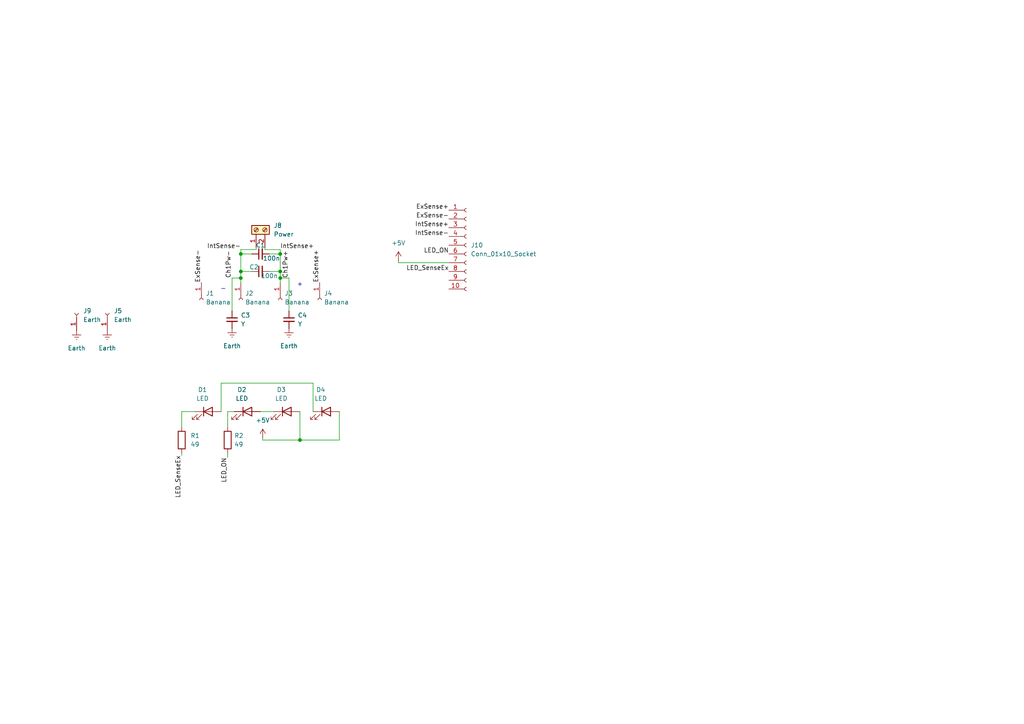
<source format=kicad_sch>
(kicad_sch (version 20231120) (generator "eeschema") (generator_version "8.0")
  (paper "A4")
  (lib_symbols
    (symbol "Connector:Conn_01x01_Socket" (pin_names (offset 1.016) hide)
      (property "Reference" "J" (at 0 2.54 0))
      (property "Value" "Conn_01x01_Socket" (at 0 -2.54 0))
      (symbol "Conn_01x01_Socket_1_1"
        (polyline (pts (xy -1.27 0) (xy -0.508 0)) (stroke (width 0.1524)))
        (arc (start 0 0.508) (mid -0.5058 0) (end 0 -0.508) (stroke (width 0.1524)))
        (pin passive line (at -5.08 0 0) (length 3.81) (name "Pin_1") (number "1"))
      )
    )
    (symbol "Connector:Conn_01x10_Socket" (pin_names (offset 1.016) hide)
      (property "Reference" "J" (at 0 12.7 0))
      (property "Value" "Conn_01x10_Socket" (at 0 -15.24 0))
      (symbol "Conn_01x10_Socket_1_1"
        (arc (start 0 -12.192) (mid -0.5058 -12.7) (end 0 -13.208) (stroke (width 0.1524)))
        (arc (start 0 -9.652) (mid -0.5058 -10.16) (end 0 -10.668) (stroke (width 0.1524)))
        (arc (start 0 -7.112) (mid -0.5058 -7.62) (end 0 -8.128) (stroke (width 0.1524)))
        (arc (start 0 -4.572) (mid -0.5058 -5.08) (end 0 -5.588) (stroke (width 0.1524)))
        (arc (start 0 -2.032) (mid -0.5058 -2.54) (end 0 -3.048) (stroke (width 0.1524)))
        (polyline (pts (xy -1.27 -12.7) (xy -0.508 -12.7)) (stroke (width 0.1524)))
        (polyline (pts (xy -1.27 -10.16) (xy -0.508 -10.16)) (stroke (width 0.1524)))
        (polyline (pts (xy -1.27 -7.62) (xy -0.508 -7.62)) (stroke (width 0.1524)))
        (polyline (pts (xy -1.27 -5.08) (xy -0.508 -5.08)) (stroke (width 0.1524)))
        (polyline (pts (xy -1.27 -2.54) (xy -0.508 -2.54)) (stroke (width 0.1524)))
        (polyline (pts (xy -1.27 0) (xy -0.508 0)) (stroke (width 0.1524)))
        (polyline (pts (xy -1.27 2.54) (xy -0.508 2.54)) (stroke (width 0.1524)))
        (polyline (pts (xy -1.27 5.08) (xy -0.508 5.08)) (stroke (width 0.1524)))
        (polyline (pts (xy -1.27 7.62) (xy -0.508 7.62)) (stroke (width 0.1524)))
        (polyline (pts (xy -1.27 10.16) (xy -0.508 10.16)) (stroke (width 0.1524)))
        (arc (start 0 0.508) (mid -0.5058 0) (end 0 -0.508) (stroke (width 0.1524)))
        (arc (start 0 3.048) (mid -0.5058 2.54) (end 0 2.032) (stroke (width 0.1524)))
        (arc (start 0 5.588) (mid -0.5058 5.08) (end 0 4.572) (stroke (width 0.1524)))
        (arc (start 0 8.128) (mid -0.5058 7.62) (end 0 7.112) (stroke (width 0.1524)))
        (arc (start 0 10.668) (mid -0.5058 10.16) (end 0 9.652) (stroke (width 0.1524)))
        (pin passive line (at -5.08 10.16 0) (length 3.81) (name "Pin_1") (number "1"))
        (pin passive line (at -5.08 -12.7 0) (length 3.81) (name "Pin_10") (number "10"))
        (pin passive line (at -5.08 7.62 0) (length 3.81) (name "Pin_2") (number "2"))
        (pin passive line (at -5.08 5.08 0) (length 3.81) (name "Pin_3") (number "3"))
        (pin passive line (at -5.08 2.54 0) (length 3.81) (name "Pin_4") (number "4"))
        (pin passive line (at -5.08 0 0) (length 3.81) (name "Pin_5") (number "5"))
        (pin passive line (at -5.08 -2.54 0) (length 3.81) (name "Pin_6") (number "6"))
        (pin passive line (at -5.08 -5.08 0) (length 3.81) (name "Pin_7") (number "7"))
        (pin passive line (at -5.08 -7.62 0) (length 3.81) (name "Pin_8") (number "8"))
        (pin passive line (at -5.08 -10.16 0) (length 3.81) (name "Pin_9") (number "9"))
      )
    )
    (symbol "Connector:Screw_Terminal_01x02" (pin_names (offset 1.016) hide)
      (property "Reference" "J" (at 0 2.54 0))
      (property "Value" "Screw_Terminal_01x02" (at 0 -5.08 0))
      (symbol "Screw_Terminal_01x02_1_1"
        (rectangle (start -1.27 1.27) (end 1.27 -3.81) (stroke (width 0.254)) (fill (type background)))
        (circle (center 0 -2.54) (radius 0.635) (stroke (width 0.1524)))
        (polyline (pts (xy -0.5334 -2.2098) (xy 0.3302 -3.048)) (stroke (width 0.1524)))
        (polyline (pts (xy -0.5334 0.3302) (xy 0.3302 -0.508)) (stroke (width 0.1524)))
        (polyline (pts (xy -0.3556 -2.032) (xy 0.508 -2.8702)) (stroke (width 0.1524)))
        (polyline (pts (xy -0.3556 0.508) (xy 0.508 -0.3302)) (stroke (width 0.1524)))
        (circle (center 0 0) (radius 0.635) (stroke (width 0.1524)))
        (pin passive line (at -5.08 0 0) (length 3.81) (name "Pin_1") (number "1"))
        (pin passive line (at -5.08 -2.54 0) (length 3.81) (name "Pin_2") (number "2"))
      )
    )
    (symbol "Device:C_Small" (pin_numbers hide) (pin_names (offset 0.254) hide)
      (property "Reference" "C" (at 0.254 1.778 0))
      (property "Value" "C_Small" (at 0.254 -2.032 0))
      (symbol "C_Small_0_1"
        (polyline (pts (xy -1.524 -0.508) (xy 1.524 -0.508)) (stroke (width 0.3302)))
        (polyline (pts (xy -1.524 0.508) (xy 1.524 0.508)) (stroke (width 0.3048)))
      )
      (symbol "C_Small_1_1"
        (pin passive line (at 0 2.54 270) (length 2.032) (name "~") (number "1"))
        (pin passive line (at 0 -2.54 90) (length 2.032) (name "~") (number "2"))
      )
    )
    (symbol "Device:LED" (pin_numbers hide) (pin_names (offset 1.016) hide)
      (property "Reference" "D" (at 0 2.54 0))
      (property "Value" "LED" (at 0 -2.54 0))
      (symbol "LED_0_1"
        (polyline (pts (xy -1.27 -1.27) (xy -1.27 1.27)) (stroke (width 0.254)))
        (polyline (pts (xy -1.27 0) (xy 1.27 0)))
        (polyline (pts (xy 1.27 -1.27) (xy 1.27 1.27) (xy -1.27 0) (xy 1.27 -1.27)) (stroke (width 0.254)))
        (polyline (pts (xy -3.048 -0.762) (xy -4.572 -2.286) (xy -3.81 -2.286) (xy -4.572 -2.286) (xy -4.572 -1.524)))
        (polyline (pts (xy -1.778 -0.762) (xy -3.302 -2.286) (xy -2.54 -2.286) (xy -3.302 -2.286) (xy -3.302 -1.524)))
      )
      (symbol "LED_1_1"
        (pin passive line (at -3.81 0 0) (length 2.54) (name "K") (number "1"))
        (pin passive line (at 3.81 0 180) (length 2.54) (name "A") (number "2"))
      )
    )
    (symbol "Device:R" (pin_numbers hide) (pin_names (offset 0))
      (property "Reference" "R" (at 2.032 0 90))
      (property "Value" "R" (at 0 0 90))
      (symbol "R_0_1"
        (rectangle (start -1.016 -2.54) (end 1.016 2.54) (stroke (width 0.254)))
      )
      (symbol "R_1_1"
        (pin passive line (at 0 3.81 270) (length 1.27) (name "~") (number "1"))
        (pin passive line (at 0 -3.81 90) (length 1.27) (name "~") (number "2"))
      )
    )
    (symbol "power:+5V" (power) (pin_numbers hide) (pin_names (offset 0) hide)
      (property "Value" "+5V" (at 0 3.556 0))
      (symbol "+5V_0_1"
        (polyline (pts (xy -0.762 1.27) (xy 0 2.54)))
        (polyline (pts (xy 0 0) (xy 0 2.54)))
        (polyline (pts (xy 0 2.54) (xy 0.762 1.27)))
      )
      (symbol "+5V_1_1"
        (pin power_in line (at 0 0 90) (length 0) (name "~") (number "1"))
      )
    )
    (symbol "power:Earth" (power) (pin_numbers hide) (pin_names (offset 0) hide)
      (property "Value" "Earth" (at 0 -3.81 0))
      (symbol "Earth_0_1"
        (polyline (pts (xy -0.635 -1.905) (xy 0.635 -1.905)))
        (polyline (pts (xy -0.127 -2.54) (xy 0.127 -2.54)))
        (polyline (pts (xy 0 -1.27) (xy 0 0)))
        (polyline (pts (xy 1.27 -1.27) (xy -1.27 -1.27)))
      )
      (symbol "Earth_1_1"
        (pin power_in line (at 0 0 270) (length 0) (name "~") (number "1"))
      )
    )
  )
  (junction (at 81.28 78.74))
  (junction (at 69.85 80.645))
  (junction (at 81.28 80.645))
  (junction (at 81.28 73.66))
  (junction (at 69.85 78.74))
  (junction (at 69.85 73.66))
  (junction (at 86.995 127.635))
  (wire (pts (xy 67.31 80.645) (xy 69.85 80.645)))
  (wire (pts (xy 52.705 119.38) (xy 56.515 119.38)))
  (wire (pts (xy 115.57 76.2) (xy 130.175 76.2)))
  (wire (pts (xy 74.295 72.39) (xy 69.85 72.39)))
  (wire (pts (xy 64.135 111.125) (xy 64.135 119.38)))
  (wire (pts (xy 115.57 75.565) (xy 115.57 76.2)))
  (wire (pts (xy 69.85 78.74) (xy 73.025 78.74)))
  (wire (pts (xy 66.04 123.825) (xy 66.04 119.38)))
  (wire (pts (xy 81.28 72.39) (xy 76.835 72.39)))
  (wire (pts (xy 81.28 81.915) (xy 81.28 80.645)))
  (wire (pts (xy 90.805 119.38) (xy 90.805 111.125)))
  (wire (pts (xy 76.2 127.635) (xy 86.995 127.635)))
  (wire (pts (xy 81.28 78.74) (xy 81.28 73.66)))
  (wire (pts (xy 52.705 123.825) (xy 52.705 119.38)))
  (wire (pts (xy 83.82 80.645) (xy 83.82 90.17)))
  (wire (pts (xy 90.805 111.125) (xy 64.135 111.125)))
  (wire (pts (xy 75.565 119.38) (xy 79.375 119.38)))
  (wire (pts (xy 66.04 119.38) (xy 67.945 119.38)))
  (wire (pts (xy 81.28 73.66) (xy 81.28 72.39)))
  (wire (pts (xy 86.995 127.635) (xy 98.425 127.635)))
  (wire (pts (xy 69.85 72.39) (xy 69.85 73.66)))
  (wire (pts (xy 98.425 127.635) (xy 98.425 119.38)))
  (wire (pts (xy 69.85 80.645) (xy 69.85 81.915)))
  (wire (pts (xy 76.2 127.635) (xy 76.2 127)))
  (wire (pts (xy 74.295 72.39) (xy 74.295 71.755)))
  (wire (pts (xy 81.28 80.645) (xy 81.28 78.74)))
  (wire (pts (xy 83.82 80.645) (xy 81.28 80.645)))
  (wire (pts (xy 86.995 119.38) (xy 86.995 127.635)))
  (wire (pts (xy 69.85 78.74) (xy 69.85 80.645)))
  (wire (pts (xy 67.31 80.645) (xy 67.31 90.17)))
  (wire (pts (xy 78.105 73.66) (xy 81.28 73.66)))
  (wire (pts (xy 52.705 132.08) (xy 52.705 131.445)))
  (wire (pts (xy 69.85 73.66) (xy 69.85 78.74)))
  (wire (pts (xy 69.85 73.66) (xy 73.025 73.66)))
  (wire (pts (xy 66.04 131.445) (xy 66.04 132.715)))
  (wire (pts (xy 78.105 78.74) (xy 81.28 78.74)))
  (wire (pts (xy 76.835 72.39) (xy 76.835 71.755)))
  (text "+" (at 86.995 82.55 0) (effects (font (size 1.27 1.27))))
  (text "-" (at 64.77 83.82 0) (effects (font (size 1.27 1.27))))
  (label "IntSense+" (at 130.175 66.04 180))
  (label "LED_ON" (at 130.175 73.66 180))
  (label "ExSense+" (at 130.175 60.96 180))
  (label "LED_SenseEx" (at 52.705 132.08 270))
  (label "ExSense-" (at 130.175 63.5 180))
  (label "IntSense-" (at 130.175 68.58 180))
  (label "Ch1Pw-" (at 67.31 80.645 90))
  (label "LED_ON" (at 66.04 132.715 270))
  (label "Ch1Pw+" (at 83.82 80.645 90))
  (label "IntSense-" (at 69.85 72.39 180))
  (label "ExSense+" (at 92.71 81.915 90))
  (label "LED_SenseEx" (at 130.175 78.74 180))
  (label "ExSense-" (at 58.42 81.915 90))
  (label "IntSense+" (at 81.28 72.39 0))
  (symbol (lib_id "power:+5V") (at 115.57 75.565 0) (unit 1)
    (property "Reference" "#PWR05" (effects (hide yes)))
    (property "Value" "+5V" (at 115.57 70.485 0))
    (property "Description" "Power symbol creates a global label with name \"+5V\"" (effects (hide yes)))
  )
  (symbol (lib_id "Connector:Conn_01x01_Socket") (at 58.42 86.995 270) (unit 1)
    (property "Reference" "J1" (at 59.69 85.0899 90) (effects (justify left)))
    (property "Value" "Banana" (at 59.69 87.6299 90) (effects (justify left)))
    (property "Footprint" "Library:BananaSocket" (effects (hide yes)))
    (property "Description" "Generic connector, single row, 01x01, script generated" (effects (hide yes)))
  )
  (symbol (lib_id "power:Earth") (at 83.82 95.25 0) (unit 1)
    (property "Reference" "#PWR02" (effects (hide yes)))
    (property "Value" "Earth" (at 83.82 100.33 0))
    (property "Description" "Power symbol creates a global label with name \"Earth\"" (effects (hide yes)))
  )
  (symbol (lib_id "power:Earth") (at 22.225 95.885 0) (unit 1)
    (property "Reference" "#PWR04" (effects (hide yes)))
    (property "Value" "Earth" (at 22.225 100.965 0))
    (property "Description" "Power symbol creates a global label with name \"Earth\"" (effects (hide yes)))
  )
  (symbol (lib_id "Device:C_Small") (at 83.82 92.71 0) (unit 1)
    (property "Reference" "C4" (at 86.36 91.4462 0) (effects (justify left)))
    (property "Value" "Y" (at 86.36 93.9862 0) (effects (justify left)))
    (property "Footprint" "Capacitor_THT:C_Rect_L13.0mm_W4.0mm_P10.00mm_FKS3_FKP3_MKS4" (effects (hide yes)))
    (property "Description" "Unpolarized capacitor, small symbol" (effects (hide yes)))
  )
  (symbol (lib_id "Connector:Conn_01x01_Socket") (at 92.71 86.995 270) (unit 1)
    (property "Reference" "J4" (at 93.98 85.0899 90) (effects (justify left)))
    (property "Value" "Banana" (at 93.98 87.6299 90) (effects (justify left)))
    (property "Footprint" "Library:BananaSocket" (effects (hide yes)))
    (property "Description" "Generic connector, single row, 01x01, script generated" (effects (hide yes)))
  )
  (symbol (lib_id "Device:C_Small") (at 75.565 73.66 90) (unit 1)
    (property "Reference" "C1" (at 75.565 71.12 90))
    (property "Value" "100n" (at 78.74 74.93 90))
    (property "Footprint" "Capacitor_SMD:C_1206_3216Metric" (effects (hide yes)))
    (property "Description" "Unpolarized capacitor, small symbol" (effects (hide yes)))
  )
  (symbol (lib_id "Device:LED") (at 71.755 119.38 0) (unit 1)
    (property "Reference" "D2" (at 70.1675 113.03 0))
    (property "Value" "LED" (at 70.1675 115.57 0))
    (property "Footprint" "LED_THT:LED_D3.0mm_FlatTop" (effects (hide yes)))
    (property "Description" "Light emitting diode" (effects (hide yes)))
  )
  (symbol (lib_id "Connector:Screw_Terminal_01x02") (at 74.295 66.675 90) (unit 1)
    (property "Reference" "J8" (at 79.375 65.4049 90) (effects (justify right)))
    (property "Value" "Power" (at 79.375 67.9449 90) (effects (justify right)))
    (property "Footprint" "TerminalBlock:TerminalBlock_bornier-2_P5.08mm" (effects (hide yes)))
    (property "Description" "Generic screw terminal, single row, 01x02, script generated (kicad-library-utils/schlib/autogen/connector/)" (effects (hide yes)))
  )
  (symbol (lib_id "Device:LED") (at 83.185 119.38 0) (unit 1)
    (property "Reference" "D3" (at 81.5975 113.03 0))
    (property "Value" "LED" (at 81.5975 115.57 0))
    (property "Footprint" "LED_THT:LED_D3.0mm_FlatTop" (effects (hide yes)))
    (property "Description" "Light emitting diode" (effects (hide yes)))
  )
  (symbol (lib_id "Connector:Conn_01x10_Socket") (at 135.255 71.12 0) (unit 1)
    (property "Reference" "J10" (at 136.525 71.1199 0) (effects (justify left)))
    (property "Value" "Conn_01x10_Socket" (at 136.525 73.6599 0) (effects (justify left)))
    (property "Footprint" "Connector_JST:JST_GH_BM10B-GHS-TBT_1x10-1MP_P1.25mm_Vertical" (effects (hide yes)))
    (property "Description" "Generic connector, single row, 01x10, script generated" (effects (hide yes)))
  )
  (symbol (lib_id "Device:LED") (at 60.325 119.38 0) (unit 1)
    (property "Reference" "D1" (at 58.7375 113.03 0))
    (property "Value" "LED" (at 58.7375 115.57 0))
    (property "Footprint" "LED_THT:LED_D3.0mm_FlatTop" (effects (hide yes)))
    (property "Description" "Light emitting diode" (effects (hide yes)))
  )
  (symbol (lib_id "Device:C_Small") (at 67.31 92.71 0) (unit 1)
    (property "Reference" "C3" (at 69.85 91.4462 0) (effects (justify left)))
    (property "Value" "Y" (at 69.85 93.9862 0) (effects (justify left)))
    (property "Footprint" "Capacitor_THT:C_Rect_L13.0mm_W4.0mm_P10.00mm_FKS3_FKP3_MKS4" (effects (hide yes)))
    (property "Description" "Unpolarized capacitor, small symbol" (effects (hide yes)))
  )
  (symbol (lib_id "Device:C_Small") (at 75.565 78.74 90) (unit 1)
    (property "Reference" "C2" (at 73.66 77.47 90))
    (property "Value" "100n" (at 78.105 80.01 90))
    (property "Footprint" "Capacitor_SMD:C_1206_3216Metric" (effects (hide yes)))
    (property "Description" "Unpolarized capacitor, small symbol" (effects (hide yes)))
  )
  (symbol (lib_id "power:Earth") (at 31.115 95.885 0) (unit 1)
    (property "Reference" "#PWR03" (effects (hide yes)))
    (property "Value" "Earth" (at 31.115 100.965 0))
    (property "Description" "Power symbol creates a global label with name \"Earth\"" (effects (hide yes)))
  )
  (symbol (lib_id "power:+5V") (at 76.2 127 0) (unit 1)
    (property "Reference" "#PWR06" (effects (hide yes)))
    (property "Value" "+5V" (at 76.2 121.92 0))
    (property "Description" "Power symbol creates a global label with name \"+5V\"" (effects (hide yes)))
  )
  (symbol (lib_id "Connector:Conn_01x01_Socket") (at 81.28 86.995 270) (unit 1)
    (property "Reference" "J3" (at 82.55 85.0899 90) (effects (justify left)))
    (property "Value" "Banana" (at 82.55 87.6299 90) (effects (justify left)))
    (property "Footprint" "Library:BananaSocket" (effects (hide yes)))
    (property "Description" "Generic connector, single row, 01x01, script generated" (effects (hide yes)))
  )
  (symbol (lib_id "Connector:Conn_01x01_Socket") (at 31.115 90.805 90) (unit 1)
    (property "Reference" "J5" (at 33.02 90.1699 90) (effects (justify right)))
    (property "Value" "Earth" (at 33.02 92.7099 90) (effects (justify right)))
    (property "Footprint" "Connector_Wire:SolderWire-1.5sqmm_1x01_D1.7mm_OD3.9mm" (effects (hide yes)))
    (property "Description" "Generic connector, single row, 01x01, script generated" (effects (hide yes)))
  )
  (symbol (lib_id "power:Earth") (at 67.31 95.25 0) (unit 1)
    (property "Reference" "#PWR01" (effects (hide yes)))
    (property "Value" "Earth" (at 67.31 100.33 0))
    (property "Description" "Power symbol creates a global label with name \"Earth\"" (effects (hide yes)))
  )
  (symbol (lib_id "Connector:Conn_01x01_Socket") (at 22.225 90.805 90) (unit 1)
    (property "Reference" "J9" (at 24.13 90.1699 90) (effects (justify right)))
    (property "Value" "Earth" (at 24.13 92.7099 90) (effects (justify right)))
    (property "Footprint" "Connector_Wire:SolderWire-1.5sqmm_1x01_D1.7mm_OD3.9mm" (effects (hide yes)))
    (property "Description" "Generic connector, single row, 01x01, script generated" (effects (hide yes)))
  )
  (symbol (lib_id "Device:R") (at 52.705 127.635 180) (unit 1)
    (property "Reference" "R1" (at 55.245 126.3649 0) (effects (justify right)))
    (property "Value" "49" (at 55.245 128.9049 0) (effects (justify right)))
    (property "Footprint" "Resistor_SMD:R_0603_1608Metric" (effects (hide yes)))
    (property "Description" "Resistor" (effects (hide yes)))
  )
  (symbol (lib_id "Device:LED") (at 94.615 119.38 0) (unit 1)
    (property "Reference" "D4" (at 93.0275 113.03 0))
    (property "Value" "LED" (at 93.0275 115.57 0))
    (property "Footprint" "LED_THT:LED_D3.0mm_FlatTop" (effects (hide yes)))
    (property "Description" "Light emitting diode" (effects (hide yes)))
  )
  (symbol (lib_id "Device:R") (at 66.04 127.635 180) (unit 1)
    (property "Reference" "R2" (at 67.945 126.3649 0) (effects (justify right)))
    (property "Value" "49" (at 67.945 128.9049 0) (effects (justify right)))
    (property "Footprint" "Resistor_SMD:R_0603_1608Metric" (effects (hide yes)))
    (property "Description" "Resistor" (effects (hide yes)))
  )
  (symbol (lib_id "Connector:Conn_01x01_Socket") (at 69.85 86.995 270) (unit 1)
    (property "Reference" "J2" (at 71.12 85.0899 90) (effects (justify left)))
    (property "Value" "Banana" (at 71.12 87.6299 90) (effects (justify left)))
    (property "Footprint" "Library:BananaSocket" (effects (hide yes)))
    (property "Description" "Generic connector, single row, 01x01, script generated" (effects (hide yes)))
  )
)
</source>
